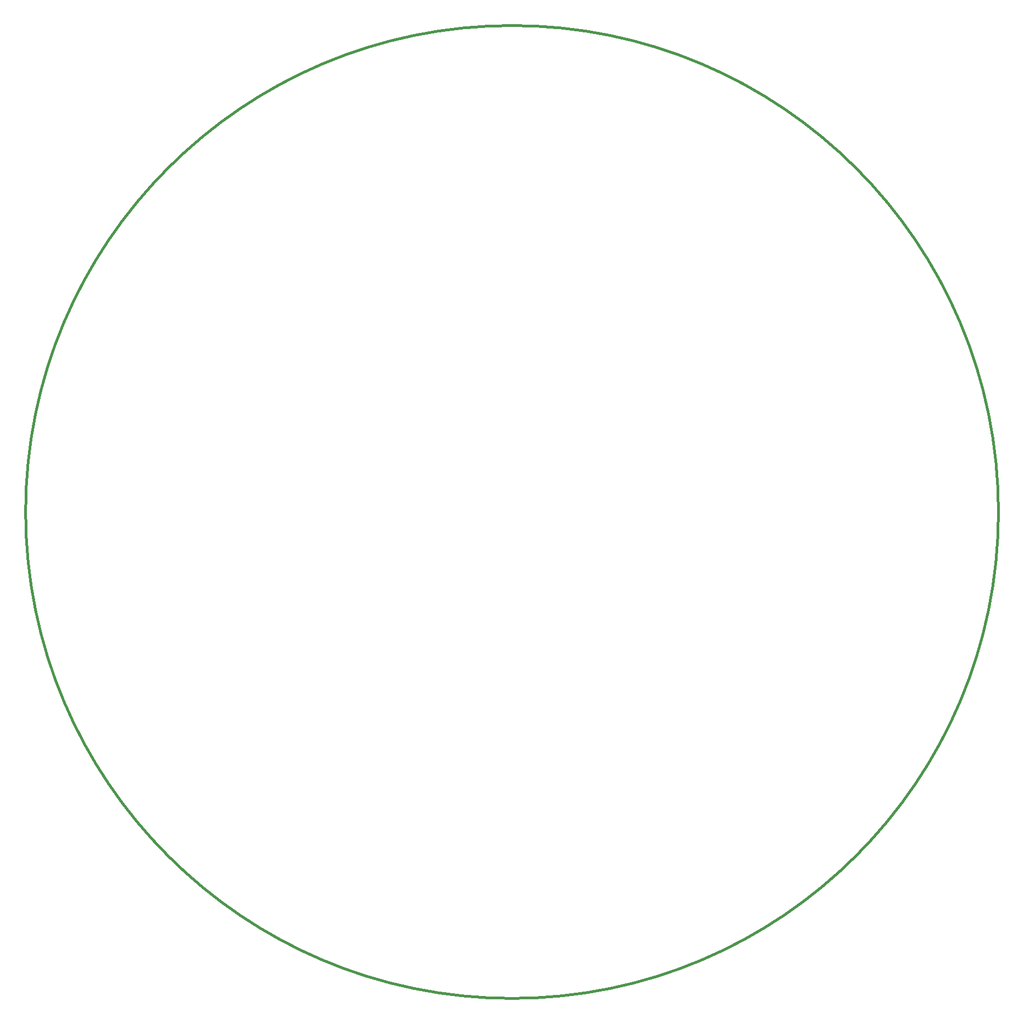
<source format=gbr>
G04 (created by PCBNEW (2013-mar-13)-testing) date Sun 26 May 2013 07:23:25 PM ART*
%MOIN*%
G04 Gerber Fmt 3.4, Leading zero omitted, Abs format*
%FSLAX34Y34*%
G01*
G70*
G90*
G04 APERTURE LIST*
%ADD10C,0.005906*%
%ADD11C,0.015000*%
G04 APERTURE END LIST*
G54D10*
G54D11*
X88585Y-39764D02*
G75*
G03X88585Y-39764I-29530J0D01*
G74*
G01*
M02*

</source>
